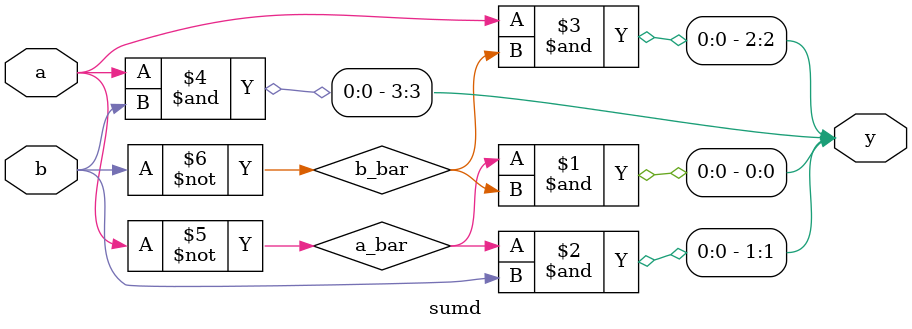
<source format=v>
module sumd(y,a,b);
output [3:0] y;
input a,b;
not(a_bar,a),(b_bar,b);
and(y[0],a_bar,b_bar),(y[1],a_bar,b),(y[2],a,b_bar),(y[3],a,b);
endmodule 
</source>
